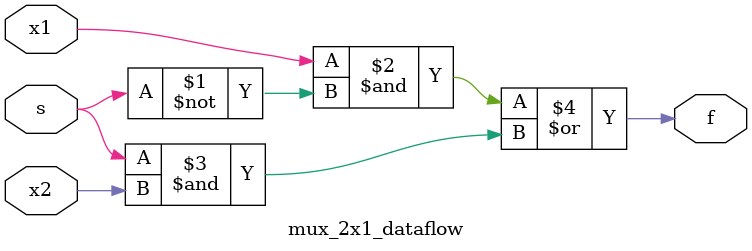
<source format=v>
`timescale 1ns / 1ps


module mux_2x1_dataflow(
 input x1,x2,s,
 output f
    );
  assign f=(x1&~s)|(s&x2);
    
endmodule

</source>
